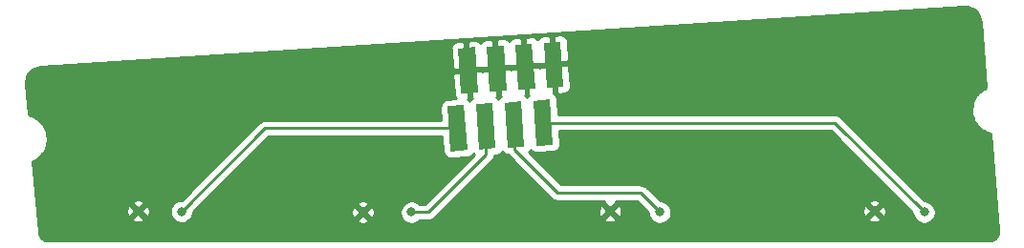
<source format=gbr>
G04 #@! TF.FileFunction,Copper,L2,Bot,Signal*
%FSLAX46Y46*%
G04 Gerber Fmt 4.6, Leading zero omitted, Abs format (unit mm)*
G04 Created by KiCad (PCBNEW (2015-05-13 BZR 5653)-product) date Tue 26 May 2015 06:54:25 PM CEST*
%MOMM*%
G01*
G04 APERTURE LIST*
%ADD10C,0.100000*%
%ADD11C,0.800000*%
%ADD12C,0.250000*%
G04 APERTURE END LIST*
D10*
G36*
X121720817Y-76550540D02*
X121462688Y-72558878D01*
X122959561Y-72462080D01*
X123217690Y-76453742D01*
X121720817Y-76550540D01*
X121720817Y-76550540D01*
G37*
G36*
X124255523Y-76386628D02*
X123997394Y-72394966D01*
X125494267Y-72298168D01*
X125752396Y-76289830D01*
X124255523Y-76386628D01*
X124255523Y-76386628D01*
G37*
G36*
X122660346Y-71399173D02*
X122402217Y-67407511D01*
X123899090Y-67310713D01*
X124157219Y-71302375D01*
X122660346Y-71399173D01*
X122660346Y-71399173D01*
G37*
G36*
X125195052Y-71235261D02*
X124936923Y-67243599D01*
X126433796Y-67146801D01*
X126691925Y-71138463D01*
X125195052Y-71235261D01*
X125195052Y-71235261D01*
G37*
G36*
X126790229Y-76222716D02*
X126532100Y-72231054D01*
X128028973Y-72134256D01*
X128287102Y-76125918D01*
X126790229Y-76222716D01*
X126790229Y-76222716D01*
G37*
G36*
X127729758Y-71071349D02*
X127471629Y-67079687D01*
X128968502Y-66982889D01*
X129226631Y-70974551D01*
X127729758Y-71071349D01*
X127729758Y-71071349D01*
G37*
G36*
X129324934Y-76058804D02*
X129066805Y-72067142D01*
X130563678Y-71970344D01*
X130821807Y-75962006D01*
X129324934Y-76058804D01*
X129324934Y-76058804D01*
G37*
G36*
X130264463Y-70907437D02*
X130006334Y-66915775D01*
X131503207Y-66818977D01*
X131761336Y-70810639D01*
X130264463Y-70907437D01*
X130264463Y-70907437D01*
G37*
D11*
X97936429Y-81912560D03*
X163686429Y-81962560D03*
X140286429Y-81962560D03*
X118286429Y-81962560D03*
X159286429Y-81862560D03*
X135886429Y-81862560D03*
X113986429Y-81962560D03*
X94086429Y-81862560D03*
D12*
X122340189Y-74506310D02*
X105342679Y-74506310D01*
X105342679Y-74506310D02*
X97936429Y-81912560D01*
X118286429Y-81962560D02*
X119787440Y-81962560D01*
X124874895Y-76875105D02*
X124874895Y-74342398D01*
X119787440Y-81962560D02*
X124874895Y-76875105D01*
X127409601Y-74178486D02*
X127409601Y-76409601D01*
X138573869Y-80250000D02*
X140286429Y-81962560D01*
X131250000Y-80250000D02*
X138573869Y-80250000D01*
X127409601Y-76409601D02*
X131250000Y-80250000D01*
X129944306Y-74014574D02*
X155738443Y-74014574D01*
X155738443Y-74014574D02*
X163686429Y-81962560D01*
G36*
X170279369Y-83747829D02*
X170235093Y-83946761D01*
X170187750Y-84073203D01*
X170070885Y-84209501D01*
X169954856Y-84325510D01*
X169802116Y-84401803D01*
X169631911Y-84465796D01*
X169435372Y-84487559D01*
X164711473Y-84487559D01*
X164711473Y-81862054D01*
X164672430Y-81664869D01*
X164595830Y-81479023D01*
X164484591Y-81311595D01*
X164342950Y-81168962D01*
X164176303Y-81056557D01*
X163990996Y-80978661D01*
X163794089Y-80938242D01*
X163722269Y-80937740D01*
X156268773Y-73484244D01*
X156215282Y-73440307D01*
X156162168Y-73395739D01*
X156158709Y-73393837D01*
X156155664Y-73391336D01*
X156094617Y-73358602D01*
X156033899Y-73325222D01*
X156030141Y-73324029D01*
X156026665Y-73322166D01*
X155960396Y-73301905D01*
X155894377Y-73280963D01*
X155890459Y-73280523D01*
X155886686Y-73279370D01*
X155817727Y-73272365D01*
X155748915Y-73264647D01*
X155741211Y-73264593D01*
X155741061Y-73264578D01*
X155740920Y-73264591D01*
X155738443Y-73264574D01*
X132389006Y-73264574D01*
X132389006Y-70831735D01*
X132381061Y-70708878D01*
X132274119Y-69055139D01*
X132237819Y-69023248D01*
X132237819Y-68493811D01*
X132130877Y-66840073D01*
X132122932Y-66717215D01*
X132091172Y-66598268D01*
X132036816Y-66487802D01*
X131961954Y-66390065D01*
X131869462Y-66308809D01*
X131762896Y-66247158D01*
X131646350Y-66207483D01*
X131524303Y-66191307D01*
X130995101Y-66225529D01*
X130849260Y-66391536D01*
X131000508Y-68730401D01*
X132091978Y-68659819D01*
X132237819Y-68493811D01*
X132237819Y-69023248D01*
X132108111Y-68909298D01*
X131016641Y-68979880D01*
X131167889Y-71318745D01*
X131333896Y-71464586D01*
X131863098Y-71430364D01*
X131982045Y-71398604D01*
X132092510Y-71344248D01*
X132190248Y-71269386D01*
X132271504Y-71176894D01*
X132333155Y-71070329D01*
X132372830Y-70953782D01*
X132389006Y-70831735D01*
X132389006Y-73264574D01*
X131276707Y-73264574D01*
X131190393Y-71929816D01*
X131175622Y-71829139D01*
X131112243Y-71664581D01*
X131005613Y-71524129D01*
X130864141Y-71418858D01*
X130849457Y-71413364D01*
X130918410Y-71334878D01*
X130767162Y-68996013D01*
X130751029Y-68997056D01*
X130751029Y-68746534D01*
X130599781Y-66407669D01*
X130433774Y-66261828D01*
X129904572Y-66296050D01*
X129785625Y-66327810D01*
X129675160Y-66382166D01*
X129577422Y-66457028D01*
X129496166Y-66549520D01*
X129465042Y-66603318D01*
X129427249Y-66553977D01*
X129334757Y-66472721D01*
X129228191Y-66411070D01*
X129111645Y-66371395D01*
X128989598Y-66355219D01*
X128460396Y-66389441D01*
X128314555Y-66555448D01*
X128465803Y-68894313D01*
X129557273Y-68823731D01*
X129605108Y-68769280D01*
X129659559Y-68817116D01*
X130751029Y-68746534D01*
X130751029Y-68997056D01*
X129675692Y-69066595D01*
X129627856Y-69121045D01*
X129573406Y-69073210D01*
X128481936Y-69143792D01*
X128633184Y-71482657D01*
X128714387Y-71553996D01*
X128620590Y-71625207D01*
X128522887Y-71756507D01*
X128470908Y-71688041D01*
X128329436Y-71582770D01*
X128314752Y-71577276D01*
X128383705Y-71498790D01*
X128232457Y-69159925D01*
X128216324Y-69160968D01*
X128216324Y-68910446D01*
X128065076Y-66571581D01*
X127899069Y-66425740D01*
X127369867Y-66459962D01*
X127250920Y-66491722D01*
X127140455Y-66546078D01*
X127042717Y-66620940D01*
X126961461Y-66713432D01*
X126930336Y-66767231D01*
X126892543Y-66717889D01*
X126800051Y-66636633D01*
X126693485Y-66574982D01*
X126576939Y-66535307D01*
X126454892Y-66519131D01*
X125925690Y-66553353D01*
X125779849Y-66719360D01*
X125931097Y-69058225D01*
X127022567Y-68987643D01*
X127070403Y-68933191D01*
X127124854Y-68981028D01*
X128216324Y-68910446D01*
X128216324Y-69160968D01*
X127140987Y-69230507D01*
X127093150Y-69284958D01*
X127038700Y-69237122D01*
X125947230Y-69307704D01*
X126098478Y-71646569D01*
X126179682Y-71717908D01*
X126085885Y-71789119D01*
X125988181Y-71920420D01*
X125936202Y-71851953D01*
X125794730Y-71746682D01*
X125780046Y-71741188D01*
X125848999Y-71662702D01*
X125697751Y-69323837D01*
X125681618Y-69324880D01*
X125681618Y-69074358D01*
X125530370Y-66735493D01*
X125364363Y-66589652D01*
X124835161Y-66623874D01*
X124716214Y-66655634D01*
X124605749Y-66709990D01*
X124508011Y-66784852D01*
X124426755Y-66877344D01*
X124395630Y-66931143D01*
X124357837Y-66881801D01*
X124265345Y-66800545D01*
X124158779Y-66738894D01*
X124042233Y-66699219D01*
X123920186Y-66683043D01*
X123390984Y-66717265D01*
X123245143Y-66883272D01*
X123396391Y-69222137D01*
X124487861Y-69151555D01*
X124535697Y-69097103D01*
X124590148Y-69144940D01*
X125681618Y-69074358D01*
X125681618Y-69324880D01*
X124606281Y-69394419D01*
X124558444Y-69448870D01*
X124503994Y-69401034D01*
X123412524Y-69471616D01*
X123563772Y-71810481D01*
X123644976Y-71881820D01*
X123551179Y-71953031D01*
X123453475Y-72084332D01*
X123401496Y-72015865D01*
X123260024Y-71910594D01*
X123245340Y-71905100D01*
X123314293Y-71826614D01*
X123163045Y-69487749D01*
X123146912Y-69488792D01*
X123146912Y-69238270D01*
X122995664Y-66899405D01*
X122829657Y-66753564D01*
X122300455Y-66787786D01*
X122181508Y-66819546D01*
X122071043Y-66873902D01*
X121973305Y-66948764D01*
X121892049Y-67041256D01*
X121830398Y-67147821D01*
X121790723Y-67264368D01*
X121774547Y-67386415D01*
X121782492Y-67509272D01*
X121889434Y-69163011D01*
X122055442Y-69308852D01*
X123146912Y-69238270D01*
X123146912Y-69488792D01*
X122071575Y-69558331D01*
X121925734Y-69724339D01*
X122032676Y-71378077D01*
X122040621Y-71500935D01*
X122072381Y-71619882D01*
X122126737Y-71730348D01*
X122201599Y-71828085D01*
X122258506Y-71878079D01*
X121422160Y-71932163D01*
X121321483Y-71946934D01*
X121156925Y-72010313D01*
X121016473Y-72116943D01*
X120911202Y-72258415D01*
X120849412Y-72423577D01*
X120835973Y-72599406D01*
X120910786Y-73756310D01*
X105342679Y-73756310D01*
X105273727Y-73763070D01*
X105204715Y-73769109D01*
X105200928Y-73770209D01*
X105197003Y-73770594D01*
X105130654Y-73790625D01*
X105064152Y-73809946D01*
X105060653Y-73811759D01*
X105056876Y-73812900D01*
X104995679Y-73845439D01*
X104934200Y-73877307D01*
X104931119Y-73879766D01*
X104927635Y-73881619D01*
X104873932Y-73925417D01*
X104819805Y-73968627D01*
X104814317Y-73974038D01*
X104814203Y-73974132D01*
X104814114Y-73974238D01*
X104812349Y-73975980D01*
X97901085Y-80887243D01*
X97843081Y-80886839D01*
X97645629Y-80924505D01*
X97459253Y-80999806D01*
X97291052Y-81109873D01*
X97147434Y-81250514D01*
X97033868Y-81416373D01*
X96954681Y-81601131D01*
X96912888Y-81797751D01*
X96910081Y-81998745D01*
X96946368Y-82196455D01*
X97020366Y-82383353D01*
X97129256Y-82552317D01*
X97268891Y-82696914D01*
X97433953Y-82811635D01*
X97618154Y-82892110D01*
X97814478Y-82935275D01*
X98015447Y-82939484D01*
X98213406Y-82904579D01*
X98400815Y-82831888D01*
X98570536Y-82724180D01*
X98716104Y-82585557D01*
X98831974Y-82421300D01*
X98913733Y-82237666D01*
X98958267Y-82041648D01*
X98959545Y-81950103D01*
X105653339Y-75256310D01*
X121007787Y-75256310D01*
X121094102Y-76591068D01*
X121108873Y-76691745D01*
X121172252Y-76856303D01*
X121278882Y-76996755D01*
X121420354Y-77102026D01*
X121585516Y-77163816D01*
X121761345Y-77177255D01*
X123258218Y-77080457D01*
X123358895Y-77065686D01*
X123523453Y-77002307D01*
X123663905Y-76895677D01*
X123761608Y-76764375D01*
X123813588Y-76832843D01*
X123838190Y-76851149D01*
X119476780Y-81212560D01*
X118986244Y-81212560D01*
X118942950Y-81168962D01*
X118776303Y-81056557D01*
X118590996Y-80978661D01*
X118394089Y-80938242D01*
X118193081Y-80936839D01*
X117995629Y-80974505D01*
X117809253Y-81049806D01*
X117641052Y-81159873D01*
X117497434Y-81300514D01*
X117383868Y-81466373D01*
X117304681Y-81651131D01*
X117262888Y-81847751D01*
X117260081Y-82048745D01*
X117296368Y-82246455D01*
X117370366Y-82433353D01*
X117479256Y-82602317D01*
X117618891Y-82746914D01*
X117783953Y-82861635D01*
X117968154Y-82942110D01*
X118164478Y-82985275D01*
X118365447Y-82989484D01*
X118563406Y-82954579D01*
X118750815Y-82881888D01*
X118920536Y-82774180D01*
X118985243Y-82712560D01*
X119787440Y-82712560D01*
X119856346Y-82705803D01*
X119925404Y-82699761D01*
X119929190Y-82698660D01*
X119933116Y-82698276D01*
X119999464Y-82678244D01*
X120065967Y-82658924D01*
X120069465Y-82657110D01*
X120073243Y-82655970D01*
X120134439Y-82623430D01*
X120195919Y-82591563D01*
X120198999Y-82589103D01*
X120202484Y-82587251D01*
X120256186Y-82543452D01*
X120310314Y-82500243D01*
X120315801Y-82494831D01*
X120315916Y-82494738D01*
X120316004Y-82494631D01*
X120317770Y-82492890D01*
X125405225Y-77405435D01*
X125449161Y-77351944D01*
X125493730Y-77298830D01*
X125495631Y-77295371D01*
X125498133Y-77292326D01*
X125530866Y-77231279D01*
X125564247Y-77170561D01*
X125565439Y-77166803D01*
X125567303Y-77163327D01*
X125587563Y-77097058D01*
X125608506Y-77031039D01*
X125608945Y-77027121D01*
X125610099Y-77023348D01*
X125617103Y-76954389D01*
X125620094Y-76927721D01*
X125792924Y-76916545D01*
X125893601Y-76901774D01*
X126058159Y-76838395D01*
X126198611Y-76731765D01*
X126296314Y-76600463D01*
X126348294Y-76668931D01*
X126489766Y-76774202D01*
X126654928Y-76835992D01*
X126803420Y-76847341D01*
X126828708Y-76878347D01*
X126871918Y-76932475D01*
X126877329Y-76937962D01*
X126877423Y-76938077D01*
X126877529Y-76938165D01*
X126879271Y-76939931D01*
X130719670Y-80780330D01*
X130773182Y-80824285D01*
X130826275Y-80868835D01*
X130829730Y-80870734D01*
X130832778Y-80873238D01*
X130893846Y-80905983D01*
X130954544Y-80939352D01*
X130958301Y-80940544D01*
X130961778Y-80942408D01*
X131028005Y-80962655D01*
X131094066Y-80983611D01*
X131097988Y-80984051D01*
X131101757Y-80985203D01*
X131170621Y-80992197D01*
X131239528Y-80999927D01*
X131247241Y-80999980D01*
X131247382Y-80999995D01*
X131247512Y-80999982D01*
X131250000Y-81000000D01*
X135382229Y-81000000D01*
X135363367Y-81162721D01*
X135886429Y-81685783D01*
X136409491Y-81162721D01*
X136390628Y-81000000D01*
X138263209Y-81000000D01*
X139260795Y-81997586D01*
X139260081Y-82048745D01*
X139296368Y-82246455D01*
X139370366Y-82433353D01*
X139479256Y-82602317D01*
X139618891Y-82746914D01*
X139783953Y-82861635D01*
X139968154Y-82942110D01*
X140164478Y-82985275D01*
X140365447Y-82989484D01*
X140563406Y-82954579D01*
X140750815Y-82881888D01*
X140920536Y-82774180D01*
X141066104Y-82635557D01*
X141181974Y-82471300D01*
X141263733Y-82287666D01*
X141308267Y-82091648D01*
X141311473Y-81862054D01*
X141272430Y-81664869D01*
X141195830Y-81479023D01*
X141084591Y-81311595D01*
X140942950Y-81168962D01*
X140776303Y-81056557D01*
X140590996Y-80978661D01*
X140394089Y-80938242D01*
X140322269Y-80937740D01*
X139104199Y-79719670D01*
X139050708Y-79675733D01*
X138997594Y-79631165D01*
X138994135Y-79629263D01*
X138991090Y-79626762D01*
X138930043Y-79594028D01*
X138869325Y-79560648D01*
X138865567Y-79559455D01*
X138862091Y-79557592D01*
X138795822Y-79537331D01*
X138729803Y-79516389D01*
X138725885Y-79515949D01*
X138722112Y-79514796D01*
X138653153Y-79507791D01*
X138584341Y-79500073D01*
X138576637Y-79500019D01*
X138576487Y-79500004D01*
X138576346Y-79500017D01*
X138573869Y-79500000D01*
X131560659Y-79500000D01*
X128673741Y-76613081D01*
X128733317Y-76567853D01*
X128831019Y-76436552D01*
X128882999Y-76505019D01*
X129024471Y-76610290D01*
X129189633Y-76672080D01*
X129365462Y-76685519D01*
X130862335Y-76588721D01*
X130963012Y-76573950D01*
X131127570Y-76510571D01*
X131268022Y-76403941D01*
X131373293Y-76262469D01*
X131435083Y-76097307D01*
X131448522Y-75921478D01*
X131373708Y-74764574D01*
X155427783Y-74764574D01*
X162660795Y-81997586D01*
X162660081Y-82048745D01*
X162696368Y-82246455D01*
X162770366Y-82433353D01*
X162879256Y-82602317D01*
X163018891Y-82746914D01*
X163183953Y-82861635D01*
X163368154Y-82942110D01*
X163564478Y-82985275D01*
X163765447Y-82989484D01*
X163963406Y-82954579D01*
X164150815Y-82881888D01*
X164320536Y-82774180D01*
X164466104Y-82635557D01*
X164581974Y-82471300D01*
X164663733Y-82287666D01*
X164708267Y-82091648D01*
X164711473Y-81862054D01*
X164711473Y-84487559D01*
X160312895Y-84487559D01*
X160312895Y-81777795D01*
X160276634Y-81579170D01*
X160202321Y-81391435D01*
X160186998Y-81362766D01*
X159986268Y-81339498D01*
X159809491Y-81516275D01*
X159809491Y-81162721D01*
X159786223Y-80961991D01*
X159600927Y-80881790D01*
X159403546Y-80839280D01*
X159201664Y-80836094D01*
X159003039Y-80872355D01*
X158815304Y-80946668D01*
X158786635Y-80961991D01*
X158763367Y-81162721D01*
X159286429Y-81685783D01*
X159809491Y-81162721D01*
X159809491Y-81516275D01*
X159463206Y-81862560D01*
X159986268Y-82385622D01*
X160186998Y-82362354D01*
X160267199Y-82177058D01*
X160309709Y-81979677D01*
X160312895Y-81777795D01*
X160312895Y-84487559D01*
X159809491Y-84487559D01*
X159809491Y-82562399D01*
X159286429Y-82039337D01*
X159109652Y-82216114D01*
X159109652Y-81862560D01*
X158586590Y-81339498D01*
X158385860Y-81362766D01*
X158305659Y-81548062D01*
X158263149Y-81745443D01*
X158259963Y-81947325D01*
X158296224Y-82145950D01*
X158370537Y-82333685D01*
X158385860Y-82362354D01*
X158586590Y-82385622D01*
X159109652Y-81862560D01*
X159109652Y-82216114D01*
X158763367Y-82562399D01*
X158786635Y-82763129D01*
X158971931Y-82843330D01*
X159169312Y-82885840D01*
X159371194Y-82889026D01*
X159569819Y-82852765D01*
X159757554Y-82778452D01*
X159786223Y-82763129D01*
X159809491Y-82562399D01*
X159809491Y-84487559D01*
X136912895Y-84487559D01*
X136912895Y-81777795D01*
X136876634Y-81579170D01*
X136802321Y-81391435D01*
X136786998Y-81362766D01*
X136586268Y-81339498D01*
X136063206Y-81862560D01*
X136586268Y-82385622D01*
X136786998Y-82362354D01*
X136867199Y-82177058D01*
X136909709Y-81979677D01*
X136912895Y-81777795D01*
X136912895Y-84487559D01*
X136409491Y-84487559D01*
X136409491Y-82562399D01*
X135886429Y-82039337D01*
X135709652Y-82216114D01*
X135709652Y-81862560D01*
X135186590Y-81339498D01*
X134985860Y-81362766D01*
X134905659Y-81548062D01*
X134863149Y-81745443D01*
X134859963Y-81947325D01*
X134896224Y-82145950D01*
X134970537Y-82333685D01*
X134985860Y-82362354D01*
X135186590Y-82385622D01*
X135709652Y-81862560D01*
X135709652Y-82216114D01*
X135363367Y-82562399D01*
X135386635Y-82763129D01*
X135571931Y-82843330D01*
X135769312Y-82885840D01*
X135971194Y-82889026D01*
X136169819Y-82852765D01*
X136357554Y-82778452D01*
X136386223Y-82763129D01*
X136409491Y-82562399D01*
X136409491Y-84487559D01*
X115012895Y-84487559D01*
X115012895Y-81877795D01*
X114976634Y-81679170D01*
X114902321Y-81491435D01*
X114886998Y-81462766D01*
X114686268Y-81439498D01*
X114509491Y-81616275D01*
X114509491Y-81262721D01*
X114486223Y-81061991D01*
X114300927Y-80981790D01*
X114103546Y-80939280D01*
X113901664Y-80936094D01*
X113703039Y-80972355D01*
X113515304Y-81046668D01*
X113486635Y-81061991D01*
X113463367Y-81262721D01*
X113986429Y-81785783D01*
X114509491Y-81262721D01*
X114509491Y-81616275D01*
X114163206Y-81962560D01*
X114686268Y-82485622D01*
X114886998Y-82462354D01*
X114967199Y-82277058D01*
X115009709Y-82079677D01*
X115012895Y-81877795D01*
X115012895Y-84487559D01*
X114509491Y-84487559D01*
X114509491Y-82662399D01*
X113986429Y-82139337D01*
X113809652Y-82316114D01*
X113809652Y-81962560D01*
X113286590Y-81439498D01*
X113085860Y-81462766D01*
X113005659Y-81648062D01*
X112963149Y-81845443D01*
X112959963Y-82047325D01*
X112996224Y-82245950D01*
X113070537Y-82433685D01*
X113085860Y-82462354D01*
X113286590Y-82485622D01*
X113809652Y-81962560D01*
X113809652Y-82316114D01*
X113463367Y-82662399D01*
X113486635Y-82863129D01*
X113671931Y-82943330D01*
X113869312Y-82985840D01*
X114071194Y-82989026D01*
X114269819Y-82952765D01*
X114457554Y-82878452D01*
X114486223Y-82863129D01*
X114509491Y-82662399D01*
X114509491Y-84487559D01*
X95112895Y-84487559D01*
X95112895Y-81777795D01*
X95076634Y-81579170D01*
X95002321Y-81391435D01*
X94986998Y-81362766D01*
X94786268Y-81339498D01*
X94609491Y-81516275D01*
X94609491Y-81162721D01*
X94586223Y-80961991D01*
X94400927Y-80881790D01*
X94203546Y-80839280D01*
X94001664Y-80836094D01*
X93803039Y-80872355D01*
X93615304Y-80946668D01*
X93586635Y-80961991D01*
X93563367Y-81162721D01*
X94086429Y-81685783D01*
X94609491Y-81162721D01*
X94609491Y-81516275D01*
X94263206Y-81862560D01*
X94786268Y-82385622D01*
X94986998Y-82362354D01*
X95067199Y-82177058D01*
X95109709Y-81979677D01*
X95112895Y-81777795D01*
X95112895Y-84487559D01*
X94609491Y-84487559D01*
X94609491Y-82562399D01*
X94086429Y-82039337D01*
X93909652Y-82216114D01*
X93909652Y-81862560D01*
X93386590Y-81339498D01*
X93185860Y-81362766D01*
X93105659Y-81548062D01*
X93063149Y-81745443D01*
X93059963Y-81947325D01*
X93096224Y-82145950D01*
X93170537Y-82333685D01*
X93185860Y-82362354D01*
X93386590Y-82385622D01*
X93909652Y-81862560D01*
X93909652Y-82216114D01*
X93563367Y-82562399D01*
X93586635Y-82763129D01*
X93771931Y-82843330D01*
X93969312Y-82885840D01*
X94171194Y-82889026D01*
X94369819Y-82852765D01*
X94557554Y-82778452D01*
X94586223Y-82763129D01*
X94609491Y-82562399D01*
X94609491Y-84487559D01*
X86153228Y-84487559D01*
X85964496Y-84464032D01*
X85846346Y-84430251D01*
X85670501Y-84329650D01*
X85670461Y-84329632D01*
X85669816Y-84329258D01*
X85528875Y-84248844D01*
X85468612Y-84176468D01*
X85376062Y-84014415D01*
X85323026Y-83890708D01*
X85301087Y-83715220D01*
X84751274Y-77441782D01*
X84866616Y-77398560D01*
X84882552Y-77390738D01*
X84899445Y-77385266D01*
X84941574Y-77361769D01*
X84984876Y-77340516D01*
X84998993Y-77329744D01*
X85014497Y-77321098D01*
X85022203Y-77315673D01*
X85269041Y-77139284D01*
X85277266Y-77132095D01*
X85286554Y-77126338D01*
X85326805Y-77088804D01*
X85368238Y-77052598D01*
X85374912Y-77043946D01*
X85382903Y-77036496D01*
X85389086Y-77029384D01*
X85600788Y-76782404D01*
X85615243Y-76761760D01*
X85632088Y-76743007D01*
X85637618Y-76735376D01*
X85814007Y-76488361D01*
X85828920Y-76462457D01*
X85846513Y-76438298D01*
X85861705Y-76405510D01*
X85879736Y-76374193D01*
X85889333Y-76345888D01*
X85901899Y-76318770D01*
X85904945Y-76309852D01*
X86010885Y-75992529D01*
X86011081Y-75991667D01*
X86011437Y-75990866D01*
X86025703Y-75927626D01*
X86040209Y-75864097D01*
X86040234Y-75863216D01*
X86040428Y-75862359D01*
X86041530Y-75852999D01*
X86076667Y-75535393D01*
X86076713Y-75531693D01*
X86077437Y-75528066D01*
X86077531Y-75465882D01*
X86078306Y-75403666D01*
X86077632Y-75400026D01*
X86077638Y-75396329D01*
X86076668Y-75386955D01*
X86041531Y-75069314D01*
X86038766Y-75056207D01*
X86038070Y-75042831D01*
X86025192Y-74991864D01*
X86014339Y-74940414D01*
X86009079Y-74928090D01*
X86005799Y-74915107D01*
X86002548Y-74906262D01*
X85896609Y-74624110D01*
X85883119Y-74596670D01*
X85872580Y-74567971D01*
X85868425Y-74559513D01*
X85727352Y-74277361D01*
X85720954Y-74267187D01*
X85716259Y-74256125D01*
X85685940Y-74211509D01*
X85657222Y-74165843D01*
X85648968Y-74157104D01*
X85642215Y-74147166D01*
X85636132Y-74139968D01*
X85424427Y-73892952D01*
X85416526Y-73885375D01*
X85409961Y-73876615D01*
X85369045Y-73839840D01*
X85329347Y-73801769D01*
X85320124Y-73795870D01*
X85311983Y-73788553D01*
X85304354Y-73783020D01*
X85057516Y-73606631D01*
X85015686Y-73582529D01*
X84975186Y-73556278D01*
X84966785Y-73552007D01*
X84684457Y-73410932D01*
X84673244Y-73406639D01*
X84662852Y-73400610D01*
X84611816Y-73383119D01*
X84561430Y-73363827D01*
X84549586Y-73361791D01*
X84538231Y-73357900D01*
X84529046Y-73355793D01*
X84372703Y-73321080D01*
X84140482Y-70564484D01*
X84140482Y-70306999D01*
X84191766Y-70050844D01*
X84253949Y-69843426D01*
X84393514Y-69657325D01*
X84393529Y-69657304D01*
X84393589Y-69657225D01*
X84547407Y-69452196D01*
X84715522Y-69326076D01*
X84937954Y-69202558D01*
X85156132Y-69129848D01*
X85423828Y-69076282D01*
X167237000Y-63753634D01*
X167500972Y-63753634D01*
X167714750Y-63796411D01*
X167936322Y-63894952D01*
X168145172Y-64010927D01*
X168306901Y-64172637D01*
X168457157Y-64348002D01*
X168564916Y-64541946D01*
X168640586Y-64794348D01*
X168697381Y-65078039D01*
X169180009Y-70901784D01*
X169029807Y-70976903D01*
X169006627Y-70991483D01*
X168981944Y-71003316D01*
X168973918Y-71008256D01*
X168691767Y-71184645D01*
X168687273Y-71188107D01*
X168682232Y-71190717D01*
X168635123Y-71228285D01*
X168587410Y-71265045D01*
X168583672Y-71269315D01*
X168579236Y-71272854D01*
X168572523Y-71279467D01*
X168360644Y-71491134D01*
X168336334Y-71520697D01*
X168309687Y-71548164D01*
X168294603Y-71571450D01*
X168276975Y-71592889D01*
X168258867Y-71626618D01*
X168238066Y-71658732D01*
X168233797Y-71667134D01*
X168092898Y-71949321D01*
X168082087Y-71977582D01*
X168068347Y-72004547D01*
X168064970Y-72013346D01*
X167958854Y-72295637D01*
X167955356Y-72308687D01*
X167949879Y-72321040D01*
X167938334Y-72372208D01*
X167924754Y-72422884D01*
X167923857Y-72436369D01*
X167920885Y-72449546D01*
X167919782Y-72458906D01*
X167884651Y-72776371D01*
X167884245Y-72808884D01*
X167880622Y-72841190D01*
X167880556Y-72850614D01*
X167880556Y-73168114D01*
X167885465Y-73218186D01*
X167888052Y-73268435D01*
X167891882Y-73283630D01*
X167893411Y-73299222D01*
X167907954Y-73347392D01*
X167920251Y-73396176D01*
X167923497Y-73405024D01*
X168029254Y-73687176D01*
X168042859Y-73714890D01*
X168053508Y-73743860D01*
X168057666Y-73752317D01*
X168198919Y-74034611D01*
X168205238Y-74044652D01*
X168209874Y-74055579D01*
X168240275Y-74100328D01*
X168269084Y-74146107D01*
X168277235Y-74154732D01*
X168283904Y-74164548D01*
X168289985Y-74171747D01*
X168501511Y-74418620D01*
X168509527Y-74426309D01*
X168516195Y-74435200D01*
X168557002Y-74471852D01*
X168596578Y-74509817D01*
X168605936Y-74515804D01*
X168614203Y-74523229D01*
X168621835Y-74528759D01*
X168868854Y-74705147D01*
X168910387Y-74729058D01*
X168950598Y-74755160D01*
X168958996Y-74759437D01*
X169241143Y-74900653D01*
X169252465Y-74904996D01*
X169262960Y-74911089D01*
X169313877Y-74928556D01*
X169364139Y-74947839D01*
X169376098Y-74949902D01*
X169387568Y-74953837D01*
X169396753Y-74955947D01*
X169553506Y-74990800D01*
X170279369Y-83568395D01*
X170279369Y-83747829D01*
X170279369Y-83747829D01*
G37*
X170279369Y-83747829D02*
X170235093Y-83946761D01*
X170187750Y-84073203D01*
X170070885Y-84209501D01*
X169954856Y-84325510D01*
X169802116Y-84401803D01*
X169631911Y-84465796D01*
X169435372Y-84487559D01*
X164711473Y-84487559D01*
X164711473Y-81862054D01*
X164672430Y-81664869D01*
X164595830Y-81479023D01*
X164484591Y-81311595D01*
X164342950Y-81168962D01*
X164176303Y-81056557D01*
X163990996Y-80978661D01*
X163794089Y-80938242D01*
X163722269Y-80937740D01*
X156268773Y-73484244D01*
X156215282Y-73440307D01*
X156162168Y-73395739D01*
X156158709Y-73393837D01*
X156155664Y-73391336D01*
X156094617Y-73358602D01*
X156033899Y-73325222D01*
X156030141Y-73324029D01*
X156026665Y-73322166D01*
X155960396Y-73301905D01*
X155894377Y-73280963D01*
X155890459Y-73280523D01*
X155886686Y-73279370D01*
X155817727Y-73272365D01*
X155748915Y-73264647D01*
X155741211Y-73264593D01*
X155741061Y-73264578D01*
X155740920Y-73264591D01*
X155738443Y-73264574D01*
X132389006Y-73264574D01*
X132389006Y-70831735D01*
X132381061Y-70708878D01*
X132274119Y-69055139D01*
X132237819Y-69023248D01*
X132237819Y-68493811D01*
X132130877Y-66840073D01*
X132122932Y-66717215D01*
X132091172Y-66598268D01*
X132036816Y-66487802D01*
X131961954Y-66390065D01*
X131869462Y-66308809D01*
X131762896Y-66247158D01*
X131646350Y-66207483D01*
X131524303Y-66191307D01*
X130995101Y-66225529D01*
X130849260Y-66391536D01*
X131000508Y-68730401D01*
X132091978Y-68659819D01*
X132237819Y-68493811D01*
X132237819Y-69023248D01*
X132108111Y-68909298D01*
X131016641Y-68979880D01*
X131167889Y-71318745D01*
X131333896Y-71464586D01*
X131863098Y-71430364D01*
X131982045Y-71398604D01*
X132092510Y-71344248D01*
X132190248Y-71269386D01*
X132271504Y-71176894D01*
X132333155Y-71070329D01*
X132372830Y-70953782D01*
X132389006Y-70831735D01*
X132389006Y-73264574D01*
X131276707Y-73264574D01*
X131190393Y-71929816D01*
X131175622Y-71829139D01*
X131112243Y-71664581D01*
X131005613Y-71524129D01*
X130864141Y-71418858D01*
X130849457Y-71413364D01*
X130918410Y-71334878D01*
X130767162Y-68996013D01*
X130751029Y-68997056D01*
X130751029Y-68746534D01*
X130599781Y-66407669D01*
X130433774Y-66261828D01*
X129904572Y-66296050D01*
X129785625Y-66327810D01*
X129675160Y-66382166D01*
X129577422Y-66457028D01*
X129496166Y-66549520D01*
X129465042Y-66603318D01*
X129427249Y-66553977D01*
X129334757Y-66472721D01*
X129228191Y-66411070D01*
X129111645Y-66371395D01*
X128989598Y-66355219D01*
X128460396Y-66389441D01*
X128314555Y-66555448D01*
X128465803Y-68894313D01*
X129557273Y-68823731D01*
X129605108Y-68769280D01*
X129659559Y-68817116D01*
X130751029Y-68746534D01*
X130751029Y-68997056D01*
X129675692Y-69066595D01*
X129627856Y-69121045D01*
X129573406Y-69073210D01*
X128481936Y-69143792D01*
X128633184Y-71482657D01*
X128714387Y-71553996D01*
X128620590Y-71625207D01*
X128522887Y-71756507D01*
X128470908Y-71688041D01*
X128329436Y-71582770D01*
X128314752Y-71577276D01*
X128383705Y-71498790D01*
X128232457Y-69159925D01*
X128216324Y-69160968D01*
X128216324Y-68910446D01*
X128065076Y-66571581D01*
X127899069Y-66425740D01*
X127369867Y-66459962D01*
X127250920Y-66491722D01*
X127140455Y-66546078D01*
X127042717Y-66620940D01*
X126961461Y-66713432D01*
X126930336Y-66767231D01*
X126892543Y-66717889D01*
X126800051Y-66636633D01*
X126693485Y-66574982D01*
X126576939Y-66535307D01*
X126454892Y-66519131D01*
X125925690Y-66553353D01*
X125779849Y-66719360D01*
X125931097Y-69058225D01*
X127022567Y-68987643D01*
X127070403Y-68933191D01*
X127124854Y-68981028D01*
X128216324Y-68910446D01*
X128216324Y-69160968D01*
X127140987Y-69230507D01*
X127093150Y-69284958D01*
X127038700Y-69237122D01*
X125947230Y-69307704D01*
X126098478Y-71646569D01*
X126179682Y-71717908D01*
X126085885Y-71789119D01*
X125988181Y-71920420D01*
X125936202Y-71851953D01*
X125794730Y-71746682D01*
X125780046Y-71741188D01*
X125848999Y-71662702D01*
X125697751Y-69323837D01*
X125681618Y-69324880D01*
X125681618Y-69074358D01*
X125530370Y-66735493D01*
X125364363Y-66589652D01*
X124835161Y-66623874D01*
X124716214Y-66655634D01*
X124605749Y-66709990D01*
X124508011Y-66784852D01*
X124426755Y-66877344D01*
X124395630Y-66931143D01*
X124357837Y-66881801D01*
X124265345Y-66800545D01*
X124158779Y-66738894D01*
X124042233Y-66699219D01*
X123920186Y-66683043D01*
X123390984Y-66717265D01*
X123245143Y-66883272D01*
X123396391Y-69222137D01*
X124487861Y-69151555D01*
X124535697Y-69097103D01*
X124590148Y-69144940D01*
X125681618Y-69074358D01*
X125681618Y-69324880D01*
X124606281Y-69394419D01*
X124558444Y-69448870D01*
X124503994Y-69401034D01*
X123412524Y-69471616D01*
X123563772Y-71810481D01*
X123644976Y-71881820D01*
X123551179Y-71953031D01*
X123453475Y-72084332D01*
X123401496Y-72015865D01*
X123260024Y-71910594D01*
X123245340Y-71905100D01*
X123314293Y-71826614D01*
X123163045Y-69487749D01*
X123146912Y-69488792D01*
X123146912Y-69238270D01*
X122995664Y-66899405D01*
X122829657Y-66753564D01*
X122300455Y-66787786D01*
X122181508Y-66819546D01*
X122071043Y-66873902D01*
X121973305Y-66948764D01*
X121892049Y-67041256D01*
X121830398Y-67147821D01*
X121790723Y-67264368D01*
X121774547Y-67386415D01*
X121782492Y-67509272D01*
X121889434Y-69163011D01*
X122055442Y-69308852D01*
X123146912Y-69238270D01*
X123146912Y-69488792D01*
X122071575Y-69558331D01*
X121925734Y-69724339D01*
X122032676Y-71378077D01*
X122040621Y-71500935D01*
X122072381Y-71619882D01*
X122126737Y-71730348D01*
X122201599Y-71828085D01*
X122258506Y-71878079D01*
X121422160Y-71932163D01*
X121321483Y-71946934D01*
X121156925Y-72010313D01*
X121016473Y-72116943D01*
X120911202Y-72258415D01*
X120849412Y-72423577D01*
X120835973Y-72599406D01*
X120910786Y-73756310D01*
X105342679Y-73756310D01*
X105273727Y-73763070D01*
X105204715Y-73769109D01*
X105200928Y-73770209D01*
X105197003Y-73770594D01*
X105130654Y-73790625D01*
X105064152Y-73809946D01*
X105060653Y-73811759D01*
X105056876Y-73812900D01*
X104995679Y-73845439D01*
X104934200Y-73877307D01*
X104931119Y-73879766D01*
X104927635Y-73881619D01*
X104873932Y-73925417D01*
X104819805Y-73968627D01*
X104814317Y-73974038D01*
X104814203Y-73974132D01*
X104814114Y-73974238D01*
X104812349Y-73975980D01*
X97901085Y-80887243D01*
X97843081Y-80886839D01*
X97645629Y-80924505D01*
X97459253Y-80999806D01*
X97291052Y-81109873D01*
X97147434Y-81250514D01*
X97033868Y-81416373D01*
X96954681Y-81601131D01*
X96912888Y-81797751D01*
X96910081Y-81998745D01*
X96946368Y-82196455D01*
X97020366Y-82383353D01*
X97129256Y-82552317D01*
X97268891Y-82696914D01*
X97433953Y-82811635D01*
X97618154Y-82892110D01*
X97814478Y-82935275D01*
X98015447Y-82939484D01*
X98213406Y-82904579D01*
X98400815Y-82831888D01*
X98570536Y-82724180D01*
X98716104Y-82585557D01*
X98831974Y-82421300D01*
X98913733Y-82237666D01*
X98958267Y-82041648D01*
X98959545Y-81950103D01*
X105653339Y-75256310D01*
X121007787Y-75256310D01*
X121094102Y-76591068D01*
X121108873Y-76691745D01*
X121172252Y-76856303D01*
X121278882Y-76996755D01*
X121420354Y-77102026D01*
X121585516Y-77163816D01*
X121761345Y-77177255D01*
X123258218Y-77080457D01*
X123358895Y-77065686D01*
X123523453Y-77002307D01*
X123663905Y-76895677D01*
X123761608Y-76764375D01*
X123813588Y-76832843D01*
X123838190Y-76851149D01*
X119476780Y-81212560D01*
X118986244Y-81212560D01*
X118942950Y-81168962D01*
X118776303Y-81056557D01*
X118590996Y-80978661D01*
X118394089Y-80938242D01*
X118193081Y-80936839D01*
X117995629Y-80974505D01*
X117809253Y-81049806D01*
X117641052Y-81159873D01*
X117497434Y-81300514D01*
X117383868Y-81466373D01*
X117304681Y-81651131D01*
X117262888Y-81847751D01*
X117260081Y-82048745D01*
X117296368Y-82246455D01*
X117370366Y-82433353D01*
X117479256Y-82602317D01*
X117618891Y-82746914D01*
X117783953Y-82861635D01*
X117968154Y-82942110D01*
X118164478Y-82985275D01*
X118365447Y-82989484D01*
X118563406Y-82954579D01*
X118750815Y-82881888D01*
X118920536Y-82774180D01*
X118985243Y-82712560D01*
X119787440Y-82712560D01*
X119856346Y-82705803D01*
X119925404Y-82699761D01*
X119929190Y-82698660D01*
X119933116Y-82698276D01*
X119999464Y-82678244D01*
X120065967Y-82658924D01*
X120069465Y-82657110D01*
X120073243Y-82655970D01*
X120134439Y-82623430D01*
X120195919Y-82591563D01*
X120198999Y-82589103D01*
X120202484Y-82587251D01*
X120256186Y-82543452D01*
X120310314Y-82500243D01*
X120315801Y-82494831D01*
X120315916Y-82494738D01*
X120316004Y-82494631D01*
X120317770Y-82492890D01*
X125405225Y-77405435D01*
X125449161Y-77351944D01*
X125493730Y-77298830D01*
X125495631Y-77295371D01*
X125498133Y-77292326D01*
X125530866Y-77231279D01*
X125564247Y-77170561D01*
X125565439Y-77166803D01*
X125567303Y-77163327D01*
X125587563Y-77097058D01*
X125608506Y-77031039D01*
X125608945Y-77027121D01*
X125610099Y-77023348D01*
X125617103Y-76954389D01*
X125620094Y-76927721D01*
X125792924Y-76916545D01*
X125893601Y-76901774D01*
X126058159Y-76838395D01*
X126198611Y-76731765D01*
X126296314Y-76600463D01*
X126348294Y-76668931D01*
X126489766Y-76774202D01*
X126654928Y-76835992D01*
X126803420Y-76847341D01*
X126828708Y-76878347D01*
X126871918Y-76932475D01*
X126877329Y-76937962D01*
X126877423Y-76938077D01*
X126877529Y-76938165D01*
X126879271Y-76939931D01*
X130719670Y-80780330D01*
X130773182Y-80824285D01*
X130826275Y-80868835D01*
X130829730Y-80870734D01*
X130832778Y-80873238D01*
X130893846Y-80905983D01*
X130954544Y-80939352D01*
X130958301Y-80940544D01*
X130961778Y-80942408D01*
X131028005Y-80962655D01*
X131094066Y-80983611D01*
X131097988Y-80984051D01*
X131101757Y-80985203D01*
X131170621Y-80992197D01*
X131239528Y-80999927D01*
X131247241Y-80999980D01*
X131247382Y-80999995D01*
X131247512Y-80999982D01*
X131250000Y-81000000D01*
X135382229Y-81000000D01*
X135363367Y-81162721D01*
X135886429Y-81685783D01*
X136409491Y-81162721D01*
X136390628Y-81000000D01*
X138263209Y-81000000D01*
X139260795Y-81997586D01*
X139260081Y-82048745D01*
X139296368Y-82246455D01*
X139370366Y-82433353D01*
X139479256Y-82602317D01*
X139618891Y-82746914D01*
X139783953Y-82861635D01*
X139968154Y-82942110D01*
X140164478Y-82985275D01*
X140365447Y-82989484D01*
X140563406Y-82954579D01*
X140750815Y-82881888D01*
X140920536Y-82774180D01*
X141066104Y-82635557D01*
X141181974Y-82471300D01*
X141263733Y-82287666D01*
X141308267Y-82091648D01*
X141311473Y-81862054D01*
X141272430Y-81664869D01*
X141195830Y-81479023D01*
X141084591Y-81311595D01*
X140942950Y-81168962D01*
X140776303Y-81056557D01*
X140590996Y-80978661D01*
X140394089Y-80938242D01*
X140322269Y-80937740D01*
X139104199Y-79719670D01*
X139050708Y-79675733D01*
X138997594Y-79631165D01*
X138994135Y-79629263D01*
X138991090Y-79626762D01*
X138930043Y-79594028D01*
X138869325Y-79560648D01*
X138865567Y-79559455D01*
X138862091Y-79557592D01*
X138795822Y-79537331D01*
X138729803Y-79516389D01*
X138725885Y-79515949D01*
X138722112Y-79514796D01*
X138653153Y-79507791D01*
X138584341Y-79500073D01*
X138576637Y-79500019D01*
X138576487Y-79500004D01*
X138576346Y-79500017D01*
X138573869Y-79500000D01*
X131560659Y-79500000D01*
X128673741Y-76613081D01*
X128733317Y-76567853D01*
X128831019Y-76436552D01*
X128882999Y-76505019D01*
X129024471Y-76610290D01*
X129189633Y-76672080D01*
X129365462Y-76685519D01*
X130862335Y-76588721D01*
X130963012Y-76573950D01*
X131127570Y-76510571D01*
X131268022Y-76403941D01*
X131373293Y-76262469D01*
X131435083Y-76097307D01*
X131448522Y-75921478D01*
X131373708Y-74764574D01*
X155427783Y-74764574D01*
X162660795Y-81997586D01*
X162660081Y-82048745D01*
X162696368Y-82246455D01*
X162770366Y-82433353D01*
X162879256Y-82602317D01*
X163018891Y-82746914D01*
X163183953Y-82861635D01*
X163368154Y-82942110D01*
X163564478Y-82985275D01*
X163765447Y-82989484D01*
X163963406Y-82954579D01*
X164150815Y-82881888D01*
X164320536Y-82774180D01*
X164466104Y-82635557D01*
X164581974Y-82471300D01*
X164663733Y-82287666D01*
X164708267Y-82091648D01*
X164711473Y-81862054D01*
X164711473Y-84487559D01*
X160312895Y-84487559D01*
X160312895Y-81777795D01*
X160276634Y-81579170D01*
X160202321Y-81391435D01*
X160186998Y-81362766D01*
X159986268Y-81339498D01*
X159809491Y-81516275D01*
X159809491Y-81162721D01*
X159786223Y-80961991D01*
X159600927Y-80881790D01*
X159403546Y-80839280D01*
X159201664Y-80836094D01*
X159003039Y-80872355D01*
X158815304Y-80946668D01*
X158786635Y-80961991D01*
X158763367Y-81162721D01*
X159286429Y-81685783D01*
X159809491Y-81162721D01*
X159809491Y-81516275D01*
X159463206Y-81862560D01*
X159986268Y-82385622D01*
X160186998Y-82362354D01*
X160267199Y-82177058D01*
X160309709Y-81979677D01*
X160312895Y-81777795D01*
X160312895Y-84487559D01*
X159809491Y-84487559D01*
X159809491Y-82562399D01*
X159286429Y-82039337D01*
X159109652Y-82216114D01*
X159109652Y-81862560D01*
X158586590Y-81339498D01*
X158385860Y-81362766D01*
X158305659Y-81548062D01*
X158263149Y-81745443D01*
X158259963Y-81947325D01*
X158296224Y-82145950D01*
X158370537Y-82333685D01*
X158385860Y-82362354D01*
X158586590Y-82385622D01*
X159109652Y-81862560D01*
X159109652Y-82216114D01*
X158763367Y-82562399D01*
X158786635Y-82763129D01*
X158971931Y-82843330D01*
X159169312Y-82885840D01*
X159371194Y-82889026D01*
X159569819Y-82852765D01*
X159757554Y-82778452D01*
X159786223Y-82763129D01*
X159809491Y-82562399D01*
X159809491Y-84487559D01*
X136912895Y-84487559D01*
X136912895Y-81777795D01*
X136876634Y-81579170D01*
X136802321Y-81391435D01*
X136786998Y-81362766D01*
X136586268Y-81339498D01*
X136063206Y-81862560D01*
X136586268Y-82385622D01*
X136786998Y-82362354D01*
X136867199Y-82177058D01*
X136909709Y-81979677D01*
X136912895Y-81777795D01*
X136912895Y-84487559D01*
X136409491Y-84487559D01*
X136409491Y-82562399D01*
X135886429Y-82039337D01*
X135709652Y-82216114D01*
X135709652Y-81862560D01*
X135186590Y-81339498D01*
X134985860Y-81362766D01*
X134905659Y-81548062D01*
X134863149Y-81745443D01*
X134859963Y-81947325D01*
X134896224Y-82145950D01*
X134970537Y-82333685D01*
X134985860Y-82362354D01*
X135186590Y-82385622D01*
X135709652Y-81862560D01*
X135709652Y-82216114D01*
X135363367Y-82562399D01*
X135386635Y-82763129D01*
X135571931Y-82843330D01*
X135769312Y-82885840D01*
X135971194Y-82889026D01*
X136169819Y-82852765D01*
X136357554Y-82778452D01*
X136386223Y-82763129D01*
X136409491Y-82562399D01*
X136409491Y-84487559D01*
X115012895Y-84487559D01*
X115012895Y-81877795D01*
X114976634Y-81679170D01*
X114902321Y-81491435D01*
X114886998Y-81462766D01*
X114686268Y-81439498D01*
X114509491Y-81616275D01*
X114509491Y-81262721D01*
X114486223Y-81061991D01*
X114300927Y-80981790D01*
X114103546Y-80939280D01*
X113901664Y-80936094D01*
X113703039Y-80972355D01*
X113515304Y-81046668D01*
X113486635Y-81061991D01*
X113463367Y-81262721D01*
X113986429Y-81785783D01*
X114509491Y-81262721D01*
X114509491Y-81616275D01*
X114163206Y-81962560D01*
X114686268Y-82485622D01*
X114886998Y-82462354D01*
X114967199Y-82277058D01*
X115009709Y-82079677D01*
X115012895Y-81877795D01*
X115012895Y-84487559D01*
X114509491Y-84487559D01*
X114509491Y-82662399D01*
X113986429Y-82139337D01*
X113809652Y-82316114D01*
X113809652Y-81962560D01*
X113286590Y-81439498D01*
X113085860Y-81462766D01*
X113005659Y-81648062D01*
X112963149Y-81845443D01*
X112959963Y-82047325D01*
X112996224Y-82245950D01*
X113070537Y-82433685D01*
X113085860Y-82462354D01*
X113286590Y-82485622D01*
X113809652Y-81962560D01*
X113809652Y-82316114D01*
X113463367Y-82662399D01*
X113486635Y-82863129D01*
X113671931Y-82943330D01*
X113869312Y-82985840D01*
X114071194Y-82989026D01*
X114269819Y-82952765D01*
X114457554Y-82878452D01*
X114486223Y-82863129D01*
X114509491Y-82662399D01*
X114509491Y-84487559D01*
X95112895Y-84487559D01*
X95112895Y-81777795D01*
X95076634Y-81579170D01*
X95002321Y-81391435D01*
X94986998Y-81362766D01*
X94786268Y-81339498D01*
X94609491Y-81516275D01*
X94609491Y-81162721D01*
X94586223Y-80961991D01*
X94400927Y-80881790D01*
X94203546Y-80839280D01*
X94001664Y-80836094D01*
X93803039Y-80872355D01*
X93615304Y-80946668D01*
X93586635Y-80961991D01*
X93563367Y-81162721D01*
X94086429Y-81685783D01*
X94609491Y-81162721D01*
X94609491Y-81516275D01*
X94263206Y-81862560D01*
X94786268Y-82385622D01*
X94986998Y-82362354D01*
X95067199Y-82177058D01*
X95109709Y-81979677D01*
X95112895Y-81777795D01*
X95112895Y-84487559D01*
X94609491Y-84487559D01*
X94609491Y-82562399D01*
X94086429Y-82039337D01*
X93909652Y-82216114D01*
X93909652Y-81862560D01*
X93386590Y-81339498D01*
X93185860Y-81362766D01*
X93105659Y-81548062D01*
X93063149Y-81745443D01*
X93059963Y-81947325D01*
X93096224Y-82145950D01*
X93170537Y-82333685D01*
X93185860Y-82362354D01*
X93386590Y-82385622D01*
X93909652Y-81862560D01*
X93909652Y-82216114D01*
X93563367Y-82562399D01*
X93586635Y-82763129D01*
X93771931Y-82843330D01*
X93969312Y-82885840D01*
X94171194Y-82889026D01*
X94369819Y-82852765D01*
X94557554Y-82778452D01*
X94586223Y-82763129D01*
X94609491Y-82562399D01*
X94609491Y-84487559D01*
X86153228Y-84487559D01*
X85964496Y-84464032D01*
X85846346Y-84430251D01*
X85670501Y-84329650D01*
X85670461Y-84329632D01*
X85669816Y-84329258D01*
X85528875Y-84248844D01*
X85468612Y-84176468D01*
X85376062Y-84014415D01*
X85323026Y-83890708D01*
X85301087Y-83715220D01*
X84751274Y-77441782D01*
X84866616Y-77398560D01*
X84882552Y-77390738D01*
X84899445Y-77385266D01*
X84941574Y-77361769D01*
X84984876Y-77340516D01*
X84998993Y-77329744D01*
X85014497Y-77321098D01*
X85022203Y-77315673D01*
X85269041Y-77139284D01*
X85277266Y-77132095D01*
X85286554Y-77126338D01*
X85326805Y-77088804D01*
X85368238Y-77052598D01*
X85374912Y-77043946D01*
X85382903Y-77036496D01*
X85389086Y-77029384D01*
X85600788Y-76782404D01*
X85615243Y-76761760D01*
X85632088Y-76743007D01*
X85637618Y-76735376D01*
X85814007Y-76488361D01*
X85828920Y-76462457D01*
X85846513Y-76438298D01*
X85861705Y-76405510D01*
X85879736Y-76374193D01*
X85889333Y-76345888D01*
X85901899Y-76318770D01*
X85904945Y-76309852D01*
X86010885Y-75992529D01*
X86011081Y-75991667D01*
X86011437Y-75990866D01*
X86025703Y-75927626D01*
X86040209Y-75864097D01*
X86040234Y-75863216D01*
X86040428Y-75862359D01*
X86041530Y-75852999D01*
X86076667Y-75535393D01*
X86076713Y-75531693D01*
X86077437Y-75528066D01*
X86077531Y-75465882D01*
X86078306Y-75403666D01*
X86077632Y-75400026D01*
X86077638Y-75396329D01*
X86076668Y-75386955D01*
X86041531Y-75069314D01*
X86038766Y-75056207D01*
X86038070Y-75042831D01*
X86025192Y-74991864D01*
X86014339Y-74940414D01*
X86009079Y-74928090D01*
X86005799Y-74915107D01*
X86002548Y-74906262D01*
X85896609Y-74624110D01*
X85883119Y-74596670D01*
X85872580Y-74567971D01*
X85868425Y-74559513D01*
X85727352Y-74277361D01*
X85720954Y-74267187D01*
X85716259Y-74256125D01*
X85685940Y-74211509D01*
X85657222Y-74165843D01*
X85648968Y-74157104D01*
X85642215Y-74147166D01*
X85636132Y-74139968D01*
X85424427Y-73892952D01*
X85416526Y-73885375D01*
X85409961Y-73876615D01*
X85369045Y-73839840D01*
X85329347Y-73801769D01*
X85320124Y-73795870D01*
X85311983Y-73788553D01*
X85304354Y-73783020D01*
X85057516Y-73606631D01*
X85015686Y-73582529D01*
X84975186Y-73556278D01*
X84966785Y-73552007D01*
X84684457Y-73410932D01*
X84673244Y-73406639D01*
X84662852Y-73400610D01*
X84611816Y-73383119D01*
X84561430Y-73363827D01*
X84549586Y-73361791D01*
X84538231Y-73357900D01*
X84529046Y-73355793D01*
X84372703Y-73321080D01*
X84140482Y-70564484D01*
X84140482Y-70306999D01*
X84191766Y-70050844D01*
X84253949Y-69843426D01*
X84393514Y-69657325D01*
X84393529Y-69657304D01*
X84393589Y-69657225D01*
X84547407Y-69452196D01*
X84715522Y-69326076D01*
X84937954Y-69202558D01*
X85156132Y-69129848D01*
X85423828Y-69076282D01*
X167237000Y-63753634D01*
X167500972Y-63753634D01*
X167714750Y-63796411D01*
X167936322Y-63894952D01*
X168145172Y-64010927D01*
X168306901Y-64172637D01*
X168457157Y-64348002D01*
X168564916Y-64541946D01*
X168640586Y-64794348D01*
X168697381Y-65078039D01*
X169180009Y-70901784D01*
X169029807Y-70976903D01*
X169006627Y-70991483D01*
X168981944Y-71003316D01*
X168973918Y-71008256D01*
X168691767Y-71184645D01*
X168687273Y-71188107D01*
X168682232Y-71190717D01*
X168635123Y-71228285D01*
X168587410Y-71265045D01*
X168583672Y-71269315D01*
X168579236Y-71272854D01*
X168572523Y-71279467D01*
X168360644Y-71491134D01*
X168336334Y-71520697D01*
X168309687Y-71548164D01*
X168294603Y-71571450D01*
X168276975Y-71592889D01*
X168258867Y-71626618D01*
X168238066Y-71658732D01*
X168233797Y-71667134D01*
X168092898Y-71949321D01*
X168082087Y-71977582D01*
X168068347Y-72004547D01*
X168064970Y-72013346D01*
X167958854Y-72295637D01*
X167955356Y-72308687D01*
X167949879Y-72321040D01*
X167938334Y-72372208D01*
X167924754Y-72422884D01*
X167923857Y-72436369D01*
X167920885Y-72449546D01*
X167919782Y-72458906D01*
X167884651Y-72776371D01*
X167884245Y-72808884D01*
X167880622Y-72841190D01*
X167880556Y-72850614D01*
X167880556Y-73168114D01*
X167885465Y-73218186D01*
X167888052Y-73268435D01*
X167891882Y-73283630D01*
X167893411Y-73299222D01*
X167907954Y-73347392D01*
X167920251Y-73396176D01*
X167923497Y-73405024D01*
X168029254Y-73687176D01*
X168042859Y-73714890D01*
X168053508Y-73743860D01*
X168057666Y-73752317D01*
X168198919Y-74034611D01*
X168205238Y-74044652D01*
X168209874Y-74055579D01*
X168240275Y-74100328D01*
X168269084Y-74146107D01*
X168277235Y-74154732D01*
X168283904Y-74164548D01*
X168289985Y-74171747D01*
X168501511Y-74418620D01*
X168509527Y-74426309D01*
X168516195Y-74435200D01*
X168557002Y-74471852D01*
X168596578Y-74509817D01*
X168605936Y-74515804D01*
X168614203Y-74523229D01*
X168621835Y-74528759D01*
X168868854Y-74705147D01*
X168910387Y-74729058D01*
X168950598Y-74755160D01*
X168958996Y-74759437D01*
X169241143Y-74900653D01*
X169252465Y-74904996D01*
X169262960Y-74911089D01*
X169313877Y-74928556D01*
X169364139Y-74947839D01*
X169376098Y-74949902D01*
X169387568Y-74953837D01*
X169396753Y-74955947D01*
X169553506Y-74990800D01*
X170279369Y-83568395D01*
X170279369Y-83747829D01*
M02*

</source>
